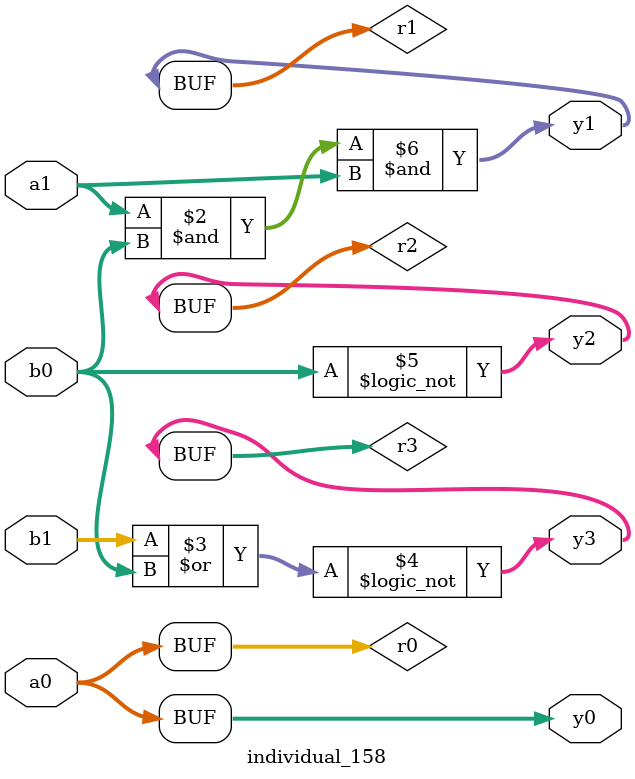
<source format=sv>
module individual_158(input logic [15:0] a1, input logic [15:0] a0, input logic [15:0] b1, input logic [15:0] b0, output logic [15:0] y3, output logic [15:0] y2, output logic [15:0] y1, output logic [15:0] y0);
logic [15:0] r0, r1, r2, r3; 
 always@(*) begin 
	 r0 = a0; r1 = a1; r2 = b0; r3 = b1; 
 	 r1  &=  r2 ;
 	 r3  |=  r2 ;
 	 r3 = ! r3 ;
 	 r2 = ! b0 ;
 	 r1  &=  a1 ;
 	 y3 = r3; y2 = r2; y1 = r1; y0 = r0; 
end
endmodule
</source>
